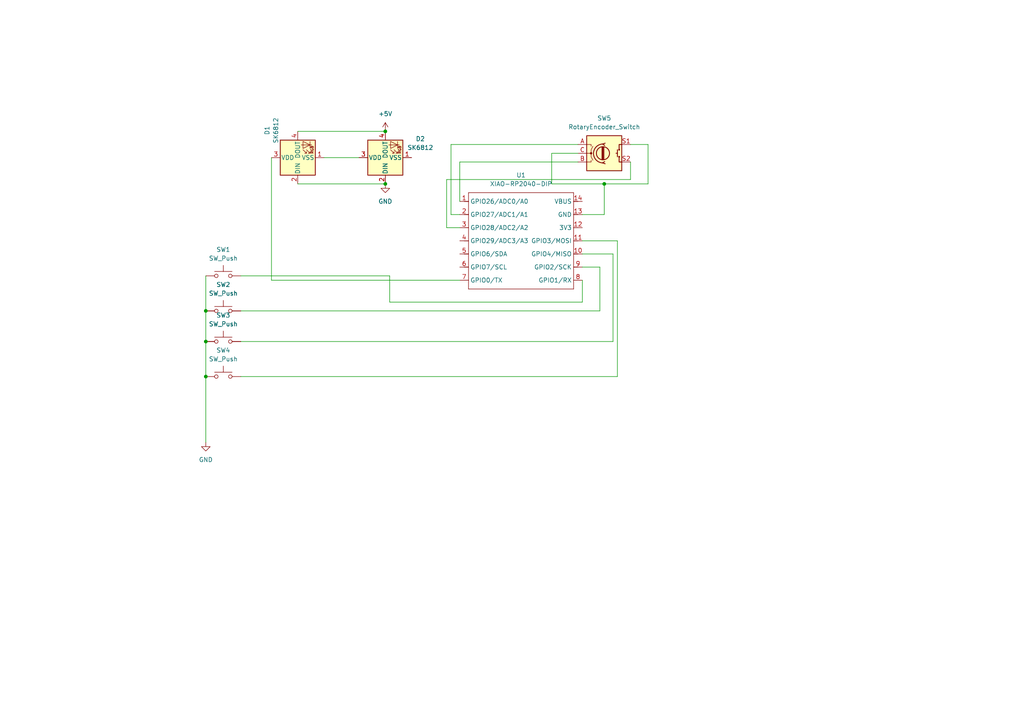
<source format=kicad_sch>
(kicad_sch (version 20250114) (generator "eeschema") (generator_version "9.0")
  (paper "A4")
  (lib_symbols
    (symbol "Device:RotaryEncoder_Switch" (pin_names (offset 0.254) (hide yes))
      (property "Reference" "SW" (at 0 6.604 0))
      (property "Value" "RotaryEncoder_Switch" (at 0 -6.604 0))
      (symbol "RotaryEncoder_Switch_0_1"
        (rectangle (start -5.08 5.08) (end 5.08 -5.08) (stroke (width 0.254)) (fill (type background)))
        (polyline (pts (xy -5.08 2.54) (xy -3.81 2.54) (xy -3.81 2.032)))
        (polyline (pts (xy -5.08 0) (xy -3.81 0) (xy -3.81 -1.016) (xy -3.302 -2.032)))
        (polyline (pts (xy -5.08 -2.54) (xy -3.81 -2.54) (xy -3.81 -2.032)))
        (polyline (pts (xy -4.318 0) (xy -3.81 0) (xy -3.81 1.016) (xy -3.302 2.032)))
        (circle (center -3.81 0) (radius 0.254) (fill (type outline)))
        (polyline (pts (xy -0.635 -1.778) (xy -0.635 1.778)) (stroke (width 0.254)))
        (circle (center -0.381 0) (radius 1.905) (stroke (width 0.254)))
        (polyline (pts (xy -0.381 -1.778) (xy -0.381 1.778)) (stroke (width 0.254)))
        (arc (start -0.381 -2.794) (mid -3.0988 -0.0635) (end -0.381 2.667) (stroke (width 0.254)))
        (polyline (pts (xy -0.127 1.778) (xy -0.127 -1.778)) (stroke (width 0.254)))
        (polyline (pts (xy 0.254 2.921) (xy -0.508 2.667) (xy 0.127 2.286)) (stroke (width 0.254)))
        (polyline (pts (xy 0.254 -3.048) (xy -0.508 -2.794) (xy 0.127 -2.413)) (stroke (width 0.254)))
        (polyline (pts (xy 3.81 1.016) (xy 3.81 -1.016)) (stroke (width 0.254)))
        (polyline (pts (xy 3.81 0) (xy 3.429 0)) (stroke (width 0.254)))
        (circle (center 4.318 1.016) (radius 0.127) (stroke (width 0.254)))
        (circle (center 4.318 -1.016) (radius 0.127) (stroke (width 0.254)))
        (polyline (pts (xy 5.08 2.54) (xy 4.318 2.54) (xy 4.318 1.016)) (stroke (width 0.254)))
        (polyline (pts (xy 5.08 -2.54) (xy 4.318 -2.54) (xy 4.318 -1.016)) (stroke (width 0.254)))
      )
      (symbol "RotaryEncoder_Switch_1_1"
        (pin passive line (at -7.62 2.54 0) (length 2.54) (name "A") (number "A"))
        (pin passive line (at -7.62 0 0) (length 2.54) (name "C") (number "C"))
        (pin passive line (at -7.62 -2.54 0) (length 2.54) (name "B") (number "B"))
        (pin passive line (at 7.62 2.54 180) (length 2.54) (name "S1") (number "S1"))
        (pin passive line (at 7.62 -2.54 180) (length 2.54) (name "S2") (number "S2"))
      )
    )
    (symbol "LED:SK6812" (pin_names (offset 0.254))
      (property "Reference" "D" (at 5.08 5.715 0))
      (property "Value" "SK6812" (at 1.27 -5.715 0))
      (symbol "SK6812_0_0"
        (text "RGB" (at 2.286 -4.191 0) (effects (font (size 0.762 0.762))))
      )
      (symbol "SK6812_0_1"
        (polyline (pts (xy 1.27 -2.54) (xy 1.778 -2.54)))
        (polyline (pts (xy 1.27 -3.556) (xy 1.778 -3.556)))
        (polyline (pts (xy 2.286 -1.524) (xy 1.27 -2.54) (xy 1.27 -2.032)))
        (polyline (pts (xy 2.286 -2.54) (xy 1.27 -3.556) (xy 1.27 -3.048)))
        (polyline (pts (xy 3.683 -1.016) (xy 3.683 -3.556) (xy 3.683 -4.064)))
        (polyline (pts (xy 4.699 -1.524) (xy 2.667 -1.524) (xy 3.683 -3.556) (xy 4.699 -1.524)))
        (polyline (pts (xy 4.699 -3.556) (xy 2.667 -3.556)))
        (rectangle (start 5.08 5.08) (end -5.08 -5.08) (stroke (width 0.254)) (fill (type background)))
      )
      (symbol "SK6812_1_1"
        (pin input line (at -7.62 0 0) (length 2.54) (name "DIN") (number "2"))
        (pin power_in line (at 0 7.62 270) (length 2.54) (name "VDD") (number "3"))
        (pin power_in line (at 0 -7.62 90) (length 2.54) (name "VSS") (number "1"))
        (pin output line (at 7.62 0 180) (length 2.54) (name "DOUT") (number "4"))
      )
    )
    (symbol "Seeed_Studio_XIAO_Series:XIAO-RP2040-DIP"
      (property "Reference" "U" (at 0 0 0))
      (property "Value" "XIAO-RP2040-DIP" (at 5.334 -1.778 0))
      (symbol "XIAO-RP2040-DIP_1_0"
        (polyline (pts (xy -1.27 -2.54) (xy 29.21 -2.54)) (stroke (width 0.1524)))
        (polyline (pts (xy -1.27 -5.08) (xy -2.54 -5.08)) (stroke (width 0.1524)))
        (polyline (pts (xy -1.27 -5.08) (xy -1.27 -2.54)) (stroke (width 0.1524)))
        (polyline (pts (xy -1.27 -8.89) (xy -2.54 -8.89)) (stroke (width 0.1524)))
        (polyline (pts (xy -1.27 -8.89) (xy -1.27 -5.08)) (stroke (width 0.1524)))
        (polyline (pts (xy -1.27 -12.7) (xy -2.54 -12.7)) (stroke (width 0.1524)))
        (polyline (pts (xy -1.27 -12.7) (xy -1.27 -8.89)) (stroke (width 0.1524)))
        (polyline (pts (xy -1.27 -16.51) (xy -2.54 -16.51)) (stroke (width 0.1524)))
        (polyline (pts (xy -1.27 -16.51) (xy -1.27 -12.7)) (stroke (width 0.1524)))
        (polyline (pts (xy -1.27 -20.32) (xy -2.54 -20.32)) (stroke (width 0.1524)))
        (polyline (pts (xy -1.27 -24.13) (xy -2.54 -24.13)) (stroke (width 0.1524)))
        (polyline (pts (xy -1.27 -27.94) (xy -2.54 -27.94)) (stroke (width 0.1524)))
        (polyline (pts (xy -1.27 -30.48) (xy -1.27 -16.51)) (stroke (width 0.1524)))
        (polyline (pts (xy 29.21 -2.54) (xy 29.21 -5.08)) (stroke (width 0.1524)))
        (polyline (pts (xy 29.21 -5.08) (xy 29.21 -8.89)) (stroke (width 0.1524)))
        (polyline (pts (xy 29.21 -8.89) (xy 29.21 -12.7)) (stroke (width 0.1524)))
        (polyline (pts (xy 29.21 -12.7) (xy 29.21 -30.48)) (stroke (width 0.1524)))
        (polyline (pts (xy 29.21 -30.48) (xy -1.27 -30.48)) (stroke (width 0.1524)))
        (polyline (pts (xy 30.48 -5.08) (xy 29.21 -5.08)) (stroke (width 0.1524)))
        (polyline (pts (xy 30.48 -8.89) (xy 29.21 -8.89)) (stroke (width 0.1524)))
        (polyline (pts (xy 30.48 -12.7) (xy 29.21 -12.7)) (stroke (width 0.1524)))
        (polyline (pts (xy 30.48 -16.51) (xy 29.21 -16.51)) (stroke (width 0.1524)))
        (polyline (pts (xy 30.48 -20.32) (xy 29.21 -20.32)) (stroke (width 0.1524)))
        (polyline (pts (xy 30.48 -24.13) (xy 29.21 -24.13)) (stroke (width 0.1524)))
        (polyline (pts (xy 30.48 -27.94) (xy 29.21 -27.94)) (stroke (width 0.1524)))
        (pin passive line (at -3.81 -5.08 0) (length 2.54) (name "GPIO26/ADC0/A0") (number "1"))
        (pin passive line (at -3.81 -8.89 0) (length 2.54) (name "GPIO27/ADC1/A1") (number "2"))
        (pin passive line (at -3.81 -12.7 0) (length 2.54) (name "GPIO28/ADC2/A2") (number "3"))
        (pin passive line (at -3.81 -16.51 0) (length 2.54) (name "GPIO29/ADC3/A3") (number "4"))
        (pin passive line (at -3.81 -20.32 0) (length 2.54) (name "GPIO6/SDA") (number "5"))
        (pin passive line (at -3.81 -24.13 0) (length 2.54) (name "GPIO7/SCL") (number "6"))
        (pin passive line (at -3.81 -27.94 0) (length 2.54) (name "GPIO0/TX") (number "7"))
        (pin passive line (at 31.75 -5.08 180) (length 2.54) (name "VBUS") (number "14"))
        (pin passive line (at 31.75 -8.89 180) (length 2.54) (name "GND") (number "13"))
        (pin passive line (at 31.75 -12.7 180) (length 2.54) (name "3V3") (number "12"))
        (pin passive line (at 31.75 -16.51 180) (length 2.54) (name "GPIO3/MOSI") (number "11"))
        (pin passive line (at 31.75 -20.32 180) (length 2.54) (name "GPIO4/MISO") (number "10"))
        (pin passive line (at 31.75 -24.13 180) (length 2.54) (name "GPIO2/SCK") (number "9"))
        (pin passive line (at 31.75 -27.94 180) (length 2.54) (name "GPIO1/RX") (number "8"))
      )
    )
    (symbol "Switch:SW_Push" (pin_numbers (hide yes)) (pin_names (offset 1.016) (hide yes))
      (property "Reference" "SW" (at 1.27 2.54 0))
      (property "Value" "SW_Push" (at 0 -1.524 0))
      (symbol "SW_Push_0_1"
        (circle (center -2.032 0) (radius 0.508))
        (polyline (pts (xy 0 1.27) (xy 0 3.048)))
        (circle (center 2.032 0) (radius 0.508))
        (polyline (pts (xy 2.54 1.27) (xy -2.54 1.27)))
        (pin passive line (at -5.08 0 0) (length 2.54) (name "1") (number "1"))
        (pin passive line (at 5.08 0 180) (length 2.54) (name "2") (number "2"))
      )
    )
    (symbol "power:+5V" (power) (pin_numbers (hide yes)) (pin_names (offset 0) (hide yes))
      (property "Value" "+5V" (at 0 3.556 0))
      (symbol "+5V_0_1"
        (polyline (pts (xy -0.762 1.27) (xy 0 2.54)))
        (polyline (pts (xy 0 2.54) (xy 0.762 1.27)))
        (polyline (pts (xy 0 0) (xy 0 2.54)))
      )
      (symbol "+5V_1_1"
        (pin power_in line (at 0 0 90) (length 0) (name "~") (number "1"))
      )
    )
    (symbol "power:GND" (power) (pin_numbers (hide yes)) (pin_names (offset 0) (hide yes))
      (property "Value" "GND" (at 0 -3.81 0))
      (symbol "GND_0_1"
        (polyline (pts (xy 0 0) (xy 0 -1.27) (xy 1.27 -1.27) (xy 0 -2.54) (xy -1.27 -1.27) (xy 0 -1.27)))
      )
      (symbol "GND_1_1"
        (pin power_in line (at 0 0 270) (length 0) (name "~") (number "1"))
      )
    )
  )
  (junction (at 111.76 38.1))
  (junction (at 111.76 53.34))
  (junction (at 175.26 53.34))
  (junction (at 59.69 90.17))
  (junction (at 59.69 99.06))
  (junction (at 59.69 109.22))
  (wire (pts (xy 93.98 45.72) (xy 104.14 45.72)))
  (wire (pts (xy 182.88 41.91) (xy 187.96 41.91)))
  (wire (pts (xy 133.35 58.42) (xy 133.35 46.99)))
  (wire (pts (xy 59.69 80.01) (xy 59.69 90.17)))
  (wire (pts (xy 113.03 80.01) (xy 113.03 87.63)))
  (wire (pts (xy 69.85 80.01) (xy 113.03 80.01)))
  (wire (pts (xy 78.74 45.72) (xy 78.74 81.28)))
  (wire (pts (xy 173.99 90.17) (xy 173.99 77.47)))
  (wire (pts (xy 130.81 62.23) (xy 133.35 62.23)))
  (wire (pts (xy 168.91 87.63) (xy 168.91 81.28)))
  (wire (pts (xy 187.96 53.34) (xy 175.26 53.34)))
  (wire (pts (xy 175.26 62.23) (xy 168.91 62.23)))
  (wire (pts (xy 59.69 90.17) (xy 59.69 99.06)))
  (wire (pts (xy 179.07 69.85) (xy 168.91 69.85)))
  (wire (pts (xy 130.81 41.91) (xy 130.81 62.23)))
  (wire (pts (xy 129.54 52.07) (xy 129.54 66.04)))
  (wire (pts (xy 69.85 90.17) (xy 173.99 90.17)))
  (wire (pts (xy 113.03 87.63) (xy 168.91 87.63)))
  (wire (pts (xy 173.99 77.47) (xy 168.91 77.47)))
  (wire (pts (xy 160.02 44.45) (xy 160.02 53.34)))
  (wire (pts (xy 69.85 99.06) (xy 177.8 99.06)))
  (wire (pts (xy 86.36 38.1) (xy 111.76 38.1)))
  (wire (pts (xy 179.07 109.22) (xy 179.07 69.85)))
  (wire (pts (xy 86.36 53.34) (xy 111.76 53.34)))
  (wire (pts (xy 160.02 53.34) (xy 175.26 53.34)))
  (wire (pts (xy 59.69 99.06) (xy 59.69 109.22)))
  (wire (pts (xy 182.88 52.07) (xy 129.54 52.07)))
  (wire (pts (xy 133.35 46.99) (xy 167.64 46.99)))
  (wire (pts (xy 167.64 44.45) (xy 160.02 44.45)))
  (wire (pts (xy 129.54 66.04) (xy 133.35 66.04)))
  (wire (pts (xy 182.88 46.99) (xy 182.88 52.07)))
  (wire (pts (xy 187.96 41.91) (xy 187.96 53.34)))
  (wire (pts (xy 167.64 41.91) (xy 130.81 41.91)))
  (wire (pts (xy 177.8 73.66) (xy 168.91 73.66)))
  (wire (pts (xy 175.26 53.34) (xy 175.26 62.23)))
  (wire (pts (xy 69.85 109.22) (xy 179.07 109.22)))
  (wire (pts (xy 59.69 109.22) (xy 59.69 128.27)))
  (wire (pts (xy 177.8 99.06) (xy 177.8 73.66)))
  (wire (pts (xy 78.74 81.28) (xy 133.35 81.28)))
  (symbol (lib_id "power:GND") (at 59.69 128.27 0) (unit 1)
    (property "Reference" "#PWR01" (effects (hide yes)))
    (property "Value" "GND" (at 59.69 133.35 0))
    (property "Description" "Power symbol creates a global label with name \"GND\" , ground" (effects (hide yes)))
  )
  (symbol (lib_id "LED:SK6812") (at 111.76 45.72 90) (unit 1)
    (property "Reference" "D2" (at 121.92 40.2746 90))
    (property "Value" "SK6812" (at 121.92 42.8146 90))
    (property "Footprint" "LED_SMD:LED_SK6812_PLCC4_5.0x5.0mm_P3.2mm" (effects (hide yes)))
    (property "Datasheet" "https://cdn-shop.adafruit.com/product-files/1138/SK6812+LED+datasheet+.pdf" (effects (hide yes)))
    (property "Description" "RGB LED with integrated controller" (effects (hide yes)))
  )
  (symbol (lib_id "LED:SK6812") (at 86.36 45.72 90) (unit 1)
    (property "Reference" "D1" (at 77.47 37.846 0))
    (property "Value" "SK6812" (at 80.01 37.846 0))
    (property "Footprint" "LED_SMD:LED_SK6812_PLCC4_5.0x5.0mm_P3.2mm" (effects (hide yes)))
    (property "Datasheet" "https://cdn-shop.adafruit.com/product-files/1138/SK6812+LED+datasheet+.pdf" (effects (hide yes)))
    (property "Description" "RGB LED with integrated controller" (effects (hide yes)))
  )
  (symbol (lib_id "Switch:SW_Push") (at 64.77 90.17 0) (unit 1)
    (property "Reference" "SW2" (at 64.77 82.55 0))
    (property "Value" "SW_Push" (at 64.77 85.09 0))
    (property "Footprint" "Button_Switch_Keyboard:SW_Cherry_MX_1.00u_PCB" (effects (hide yes)))
    (property "Description" "Push button switch, generic, two pins" (effects (hide yes)))
  )
  (symbol (lib_id "Device:RotaryEncoder_Switch") (at 175.26 44.45 0) (unit 1)
    (property "Reference" "SW5" (at 175.26 34.29 0))
    (property "Value" "RotaryEncoder_Switch" (at 175.26 36.83 0))
    (property "Footprint" "Rotary_Encoder:RotaryEncoder_Alps_EC11E-Switch_Vertical_H20mm_CircularMountingHoles" (effects (hide yes)))
    (property "Description" "Rotary encoder, dual channel, incremental quadrate outputs, with switch" (effects (hide yes)))
  )
  (symbol (lib_id "Seeed_Studio_XIAO_Series:XIAO-RP2040-DIP") (at 137.16 53.34 0) (unit 1)
    (property "Reference" "U1" (at 151.13 50.8 0))
    (property "Value" "XIAO-RP2040-DIP" (at 151.13 53.34 0))
    (property "Footprint" "Seeed Studio XIAO Series Library:XIAO-RP2040-DIP" (effects (hide yes)))
  )
  (symbol (lib_id "power:+5V") (at 111.76 38.1 0) (unit 1)
    (property "Reference" "#PWR03" (effects (hide yes)))
    (property "Value" "+5V" (at 111.76 33.02 0))
    (property "Description" "Power symbol creates a global label with name \"+5V\"" (effects (hide yes)))
  )
  (symbol (lib_id "power:GND") (at 111.76 53.34 0) (unit 1)
    (property "Reference" "#PWR02" (effects (hide yes)))
    (property "Value" "GND" (at 111.76 58.42 0))
    (property "Description" "Power symbol creates a global label with name \"GND\" , ground" (effects (hide yes)))
  )
  (symbol (lib_id "Switch:SW_Push") (at 64.77 80.01 0) (unit 1)
    (property "Reference" "SW1" (at 64.77 72.39 0))
    (property "Value" "SW_Push" (at 64.77 74.93 0))
    (property "Footprint" "Button_Switch_Keyboard:SW_Cherry_MX_1.00u_PCB" (effects (hide yes)))
    (property "Description" "Push button switch, generic, two pins" (effects (hide yes)))
  )
  (symbol (lib_id "Switch:SW_Push") (at 64.77 99.06 0) (unit 1)
    (property "Reference" "SW3" (at 64.77 91.44 0))
    (property "Value" "SW_Push" (at 64.77 93.98 0))
    (property "Footprint" "Button_Switch_Keyboard:SW_Cherry_MX_1.00u_PCB" (effects (hide yes)))
    (property "Description" "Push button switch, generic, two pins" (effects (hide yes)))
  )
  (symbol (lib_id "Switch:SW_Push") (at 64.77 109.22 0) (unit 1)
    (property "Reference" "SW4" (at 64.77 101.6 0))
    (property "Value" "SW_Push" (at 64.77 104.14 0))
    (property "Footprint" "Button_Switch_Keyboard:SW_Cherry_MX_1.00u_PCB" (effects (hide yes)))
    (property "Description" "Push button switch, generic, two pins" (effects (hide yes)))
  )
)
</source>
